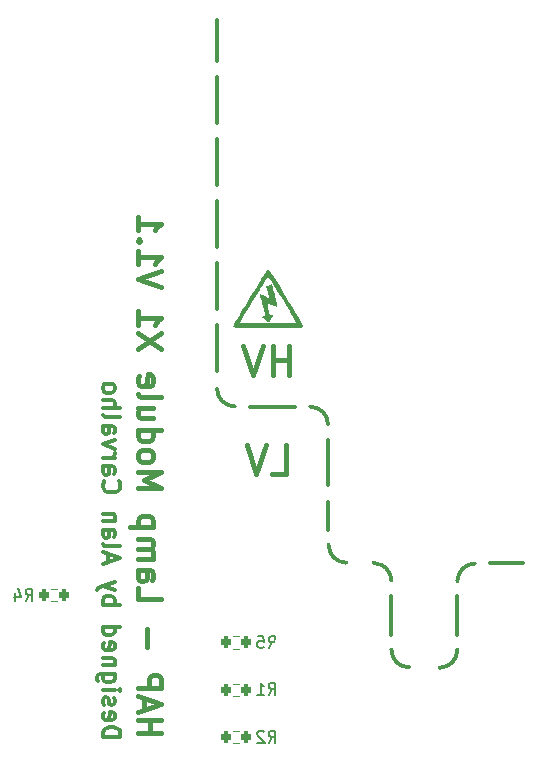
<source format=gbo>
G04 #@! TF.GenerationSoftware,KiCad,Pcbnew,7.0.8*
G04 #@! TF.CreationDate,2024-05-07T16:41:08-03:00*
G04 #@! TF.ProjectId,lamp_module_x1,6c616d70-5f6d-46f6-9475-6c655f78312e,1.1*
G04 #@! TF.SameCoordinates,Original*
G04 #@! TF.FileFunction,Legend,Bot*
G04 #@! TF.FilePolarity,Positive*
%FSLAX46Y46*%
G04 Gerber Fmt 4.6, Leading zero omitted, Abs format (unit mm)*
G04 Created by KiCad (PCBNEW 7.0.8) date 2024-05-07 16:41:08*
%MOMM*%
%LPD*%
G01*
G04 APERTURE LIST*
G04 Aperture macros list*
%AMRoundRect*
0 Rectangle with rounded corners*
0 $1 Rounding radius*
0 $2 $3 $4 $5 $6 $7 $8 $9 X,Y pos of 4 corners*
0 Add a 4 corners polygon primitive as box body*
4,1,4,$2,$3,$4,$5,$6,$7,$8,$9,$2,$3,0*
0 Add four circle primitives for the rounded corners*
1,1,$1+$1,$2,$3*
1,1,$1+$1,$4,$5*
1,1,$1+$1,$6,$7*
1,1,$1+$1,$8,$9*
0 Add four rect primitives between the rounded corners*
20,1,$1+$1,$2,$3,$4,$5,0*
20,1,$1+$1,$4,$5,$6,$7,0*
20,1,$1+$1,$6,$7,$8,$9,0*
20,1,$1+$1,$8,$9,$2,$3,0*%
G04 Aperture macros list end*
%ADD10C,0.350000*%
%ADD11C,0.400000*%
%ADD12C,0.300000*%
%ADD13C,0.150000*%
%ADD14C,0.120000*%
%ADD15C,2.500000*%
%ADD16R,1.700000X1.700000*%
%ADD17O,1.700000X1.700000*%
%ADD18C,3.000000*%
%ADD19R,2.600000X2.600000*%
%ADD20C,2.600000*%
%ADD21C,2.400000*%
%ADD22R,2.300000X2.000000*%
%ADD23C,2.300000*%
%ADD24RoundRect,0.200000X0.200000X0.275000X-0.200000X0.275000X-0.200000X-0.275000X0.200000X-0.275000X0*%
G04 APERTURE END LIST*
D10*
X170966000Y-99777300D02*
X170966000Y-103079300D01*
X150622000Y-82251300D02*
G75*
G03*
X152122000Y-83751300I1500000J0D01*
G01*
X165378000Y-98507300D02*
G75*
G03*
X163878000Y-97007300I-1500000J0D01*
G01*
X160044000Y-86569300D02*
X160044000Y-90419300D01*
X160044000Y-91819300D02*
X160044000Y-94189300D01*
X165378000Y-99777300D02*
X165378000Y-103079300D01*
X160068000Y-95483300D02*
G75*
G03*
X161568000Y-96983300I1500000J0D01*
G01*
X165378000Y-104349300D02*
G75*
G03*
X166878000Y-105849300I1500000J0D01*
G01*
X157250000Y-83775300D02*
X153440000Y-83775300D01*
X160020000Y-85275300D02*
G75*
G03*
X158520000Y-83775300I-1500000J0D01*
G01*
X169466000Y-105873300D02*
G75*
G03*
X170966000Y-104373300I0J1500000D01*
G01*
X150622000Y-80727300D02*
X150622000Y-76877300D01*
X150622000Y-75477300D02*
X150622000Y-71627300D01*
X150622000Y-70227300D02*
X150622000Y-66377300D01*
X150622000Y-64977300D02*
X150622000Y-61127300D01*
X150622000Y-59727300D02*
X150622000Y-55877300D01*
X150622000Y-54477300D02*
X150622000Y-51009300D01*
X172466000Y-97051900D02*
G75*
G03*
X170966000Y-98551946I100J-1500100D01*
G01*
X173760000Y-96983300D02*
X176554000Y-96983300D01*
D11*
X155261618Y-89483047D02*
X156452094Y-89483047D01*
X156452094Y-89483047D02*
X156452094Y-86983047D01*
X154785427Y-86983047D02*
X153952094Y-89483047D01*
X153952094Y-89483047D02*
X153118761Y-86983047D01*
X156749713Y-81101047D02*
X156749713Y-78601047D01*
X156749713Y-79791523D02*
X155321142Y-79791523D01*
X155321142Y-81101047D02*
X155321142Y-78601047D01*
X154487808Y-78601047D02*
X153654475Y-81101047D01*
X153654475Y-81101047D02*
X152821142Y-78601047D01*
D12*
X140939171Y-111748506D02*
X142439171Y-111748506D01*
X142439171Y-111748506D02*
X142439171Y-111391363D01*
X142439171Y-111391363D02*
X142367742Y-111177077D01*
X142367742Y-111177077D02*
X142224885Y-111034220D01*
X142224885Y-111034220D02*
X142082028Y-110962791D01*
X142082028Y-110962791D02*
X141796314Y-110891363D01*
X141796314Y-110891363D02*
X141582028Y-110891363D01*
X141582028Y-110891363D02*
X141296314Y-110962791D01*
X141296314Y-110962791D02*
X141153457Y-111034220D01*
X141153457Y-111034220D02*
X141010600Y-111177077D01*
X141010600Y-111177077D02*
X140939171Y-111391363D01*
X140939171Y-111391363D02*
X140939171Y-111748506D01*
X141010600Y-109677077D02*
X140939171Y-109819934D01*
X140939171Y-109819934D02*
X140939171Y-110105649D01*
X140939171Y-110105649D02*
X141010600Y-110248506D01*
X141010600Y-110248506D02*
X141153457Y-110319934D01*
X141153457Y-110319934D02*
X141724885Y-110319934D01*
X141724885Y-110319934D02*
X141867742Y-110248506D01*
X141867742Y-110248506D02*
X141939171Y-110105649D01*
X141939171Y-110105649D02*
X141939171Y-109819934D01*
X141939171Y-109819934D02*
X141867742Y-109677077D01*
X141867742Y-109677077D02*
X141724885Y-109605649D01*
X141724885Y-109605649D02*
X141582028Y-109605649D01*
X141582028Y-109605649D02*
X141439171Y-110319934D01*
X141010600Y-109034220D02*
X140939171Y-108891363D01*
X140939171Y-108891363D02*
X140939171Y-108605649D01*
X140939171Y-108605649D02*
X141010600Y-108462792D01*
X141010600Y-108462792D02*
X141153457Y-108391363D01*
X141153457Y-108391363D02*
X141224885Y-108391363D01*
X141224885Y-108391363D02*
X141367742Y-108462792D01*
X141367742Y-108462792D02*
X141439171Y-108605649D01*
X141439171Y-108605649D02*
X141439171Y-108819935D01*
X141439171Y-108819935D02*
X141510600Y-108962792D01*
X141510600Y-108962792D02*
X141653457Y-109034220D01*
X141653457Y-109034220D02*
X141724885Y-109034220D01*
X141724885Y-109034220D02*
X141867742Y-108962792D01*
X141867742Y-108962792D02*
X141939171Y-108819935D01*
X141939171Y-108819935D02*
X141939171Y-108605649D01*
X141939171Y-108605649D02*
X141867742Y-108462792D01*
X140939171Y-107748506D02*
X141939171Y-107748506D01*
X142439171Y-107748506D02*
X142367742Y-107819934D01*
X142367742Y-107819934D02*
X142296314Y-107748506D01*
X142296314Y-107748506D02*
X142367742Y-107677077D01*
X142367742Y-107677077D02*
X142439171Y-107748506D01*
X142439171Y-107748506D02*
X142296314Y-107748506D01*
X141939171Y-106391363D02*
X140724885Y-106391363D01*
X140724885Y-106391363D02*
X140582028Y-106462791D01*
X140582028Y-106462791D02*
X140510600Y-106534220D01*
X140510600Y-106534220D02*
X140439171Y-106677077D01*
X140439171Y-106677077D02*
X140439171Y-106891363D01*
X140439171Y-106891363D02*
X140510600Y-107034220D01*
X141010600Y-106391363D02*
X140939171Y-106534220D01*
X140939171Y-106534220D02*
X140939171Y-106819934D01*
X140939171Y-106819934D02*
X141010600Y-106962791D01*
X141010600Y-106962791D02*
X141082028Y-107034220D01*
X141082028Y-107034220D02*
X141224885Y-107105648D01*
X141224885Y-107105648D02*
X141653457Y-107105648D01*
X141653457Y-107105648D02*
X141796314Y-107034220D01*
X141796314Y-107034220D02*
X141867742Y-106962791D01*
X141867742Y-106962791D02*
X141939171Y-106819934D01*
X141939171Y-106819934D02*
X141939171Y-106534220D01*
X141939171Y-106534220D02*
X141867742Y-106391363D01*
X141939171Y-105677077D02*
X140939171Y-105677077D01*
X141796314Y-105677077D02*
X141867742Y-105605648D01*
X141867742Y-105605648D02*
X141939171Y-105462791D01*
X141939171Y-105462791D02*
X141939171Y-105248505D01*
X141939171Y-105248505D02*
X141867742Y-105105648D01*
X141867742Y-105105648D02*
X141724885Y-105034220D01*
X141724885Y-105034220D02*
X140939171Y-105034220D01*
X141010600Y-103748505D02*
X140939171Y-103891362D01*
X140939171Y-103891362D02*
X140939171Y-104177077D01*
X140939171Y-104177077D02*
X141010600Y-104319934D01*
X141010600Y-104319934D02*
X141153457Y-104391362D01*
X141153457Y-104391362D02*
X141724885Y-104391362D01*
X141724885Y-104391362D02*
X141867742Y-104319934D01*
X141867742Y-104319934D02*
X141939171Y-104177077D01*
X141939171Y-104177077D02*
X141939171Y-103891362D01*
X141939171Y-103891362D02*
X141867742Y-103748505D01*
X141867742Y-103748505D02*
X141724885Y-103677077D01*
X141724885Y-103677077D02*
X141582028Y-103677077D01*
X141582028Y-103677077D02*
X141439171Y-104391362D01*
X140939171Y-102391363D02*
X142439171Y-102391363D01*
X141010600Y-102391363D02*
X140939171Y-102534220D01*
X140939171Y-102534220D02*
X140939171Y-102819934D01*
X140939171Y-102819934D02*
X141010600Y-102962791D01*
X141010600Y-102962791D02*
X141082028Y-103034220D01*
X141082028Y-103034220D02*
X141224885Y-103105648D01*
X141224885Y-103105648D02*
X141653457Y-103105648D01*
X141653457Y-103105648D02*
X141796314Y-103034220D01*
X141796314Y-103034220D02*
X141867742Y-102962791D01*
X141867742Y-102962791D02*
X141939171Y-102819934D01*
X141939171Y-102819934D02*
X141939171Y-102534220D01*
X141939171Y-102534220D02*
X141867742Y-102391363D01*
X140939171Y-100534220D02*
X142439171Y-100534220D01*
X141867742Y-100534220D02*
X141939171Y-100391363D01*
X141939171Y-100391363D02*
X141939171Y-100105648D01*
X141939171Y-100105648D02*
X141867742Y-99962791D01*
X141867742Y-99962791D02*
X141796314Y-99891363D01*
X141796314Y-99891363D02*
X141653457Y-99819934D01*
X141653457Y-99819934D02*
X141224885Y-99819934D01*
X141224885Y-99819934D02*
X141082028Y-99891363D01*
X141082028Y-99891363D02*
X141010600Y-99962791D01*
X141010600Y-99962791D02*
X140939171Y-100105648D01*
X140939171Y-100105648D02*
X140939171Y-100391363D01*
X140939171Y-100391363D02*
X141010600Y-100534220D01*
X141939171Y-99319934D02*
X140939171Y-98962791D01*
X141939171Y-98605648D02*
X140939171Y-98962791D01*
X140939171Y-98962791D02*
X140582028Y-99105648D01*
X140582028Y-99105648D02*
X140510600Y-99177077D01*
X140510600Y-99177077D02*
X140439171Y-99319934D01*
X141367742Y-96962791D02*
X141367742Y-96248506D01*
X140939171Y-97105648D02*
X142439171Y-96605648D01*
X142439171Y-96605648D02*
X140939171Y-96105648D01*
X140939171Y-95391363D02*
X141010600Y-95534220D01*
X141010600Y-95534220D02*
X141153457Y-95605649D01*
X141153457Y-95605649D02*
X142439171Y-95605649D01*
X140939171Y-94177078D02*
X141724885Y-94177078D01*
X141724885Y-94177078D02*
X141867742Y-94248506D01*
X141867742Y-94248506D02*
X141939171Y-94391363D01*
X141939171Y-94391363D02*
X141939171Y-94677078D01*
X141939171Y-94677078D02*
X141867742Y-94819935D01*
X141010600Y-94177078D02*
X140939171Y-94319935D01*
X140939171Y-94319935D02*
X140939171Y-94677078D01*
X140939171Y-94677078D02*
X141010600Y-94819935D01*
X141010600Y-94819935D02*
X141153457Y-94891363D01*
X141153457Y-94891363D02*
X141296314Y-94891363D01*
X141296314Y-94891363D02*
X141439171Y-94819935D01*
X141439171Y-94819935D02*
X141510600Y-94677078D01*
X141510600Y-94677078D02*
X141510600Y-94319935D01*
X141510600Y-94319935D02*
X141582028Y-94177078D01*
X141939171Y-93462792D02*
X140939171Y-93462792D01*
X141796314Y-93462792D02*
X141867742Y-93391363D01*
X141867742Y-93391363D02*
X141939171Y-93248506D01*
X141939171Y-93248506D02*
X141939171Y-93034220D01*
X141939171Y-93034220D02*
X141867742Y-92891363D01*
X141867742Y-92891363D02*
X141724885Y-92819935D01*
X141724885Y-92819935D02*
X140939171Y-92819935D01*
X141082028Y-90105649D02*
X141010600Y-90177077D01*
X141010600Y-90177077D02*
X140939171Y-90391363D01*
X140939171Y-90391363D02*
X140939171Y-90534220D01*
X140939171Y-90534220D02*
X141010600Y-90748506D01*
X141010600Y-90748506D02*
X141153457Y-90891363D01*
X141153457Y-90891363D02*
X141296314Y-90962792D01*
X141296314Y-90962792D02*
X141582028Y-91034220D01*
X141582028Y-91034220D02*
X141796314Y-91034220D01*
X141796314Y-91034220D02*
X142082028Y-90962792D01*
X142082028Y-90962792D02*
X142224885Y-90891363D01*
X142224885Y-90891363D02*
X142367742Y-90748506D01*
X142367742Y-90748506D02*
X142439171Y-90534220D01*
X142439171Y-90534220D02*
X142439171Y-90391363D01*
X142439171Y-90391363D02*
X142367742Y-90177077D01*
X142367742Y-90177077D02*
X142296314Y-90105649D01*
X140939171Y-88819935D02*
X141724885Y-88819935D01*
X141724885Y-88819935D02*
X141867742Y-88891363D01*
X141867742Y-88891363D02*
X141939171Y-89034220D01*
X141939171Y-89034220D02*
X141939171Y-89319935D01*
X141939171Y-89319935D02*
X141867742Y-89462792D01*
X141010600Y-88819935D02*
X140939171Y-88962792D01*
X140939171Y-88962792D02*
X140939171Y-89319935D01*
X140939171Y-89319935D02*
X141010600Y-89462792D01*
X141010600Y-89462792D02*
X141153457Y-89534220D01*
X141153457Y-89534220D02*
X141296314Y-89534220D01*
X141296314Y-89534220D02*
X141439171Y-89462792D01*
X141439171Y-89462792D02*
X141510600Y-89319935D01*
X141510600Y-89319935D02*
X141510600Y-88962792D01*
X141510600Y-88962792D02*
X141582028Y-88819935D01*
X140939171Y-88105649D02*
X141939171Y-88105649D01*
X141653457Y-88105649D02*
X141796314Y-88034220D01*
X141796314Y-88034220D02*
X141867742Y-87962792D01*
X141867742Y-87962792D02*
X141939171Y-87819934D01*
X141939171Y-87819934D02*
X141939171Y-87677077D01*
X141939171Y-87319935D02*
X140939171Y-86962792D01*
X140939171Y-86962792D02*
X141939171Y-86605649D01*
X140939171Y-85391364D02*
X141724885Y-85391364D01*
X141724885Y-85391364D02*
X141867742Y-85462792D01*
X141867742Y-85462792D02*
X141939171Y-85605649D01*
X141939171Y-85605649D02*
X141939171Y-85891364D01*
X141939171Y-85891364D02*
X141867742Y-86034221D01*
X141010600Y-85391364D02*
X140939171Y-85534221D01*
X140939171Y-85534221D02*
X140939171Y-85891364D01*
X140939171Y-85891364D02*
X141010600Y-86034221D01*
X141010600Y-86034221D02*
X141153457Y-86105649D01*
X141153457Y-86105649D02*
X141296314Y-86105649D01*
X141296314Y-86105649D02*
X141439171Y-86034221D01*
X141439171Y-86034221D02*
X141510600Y-85891364D01*
X141510600Y-85891364D02*
X141510600Y-85534221D01*
X141510600Y-85534221D02*
X141582028Y-85391364D01*
X140939171Y-84462792D02*
X141010600Y-84605649D01*
X141010600Y-84605649D02*
X141153457Y-84677078D01*
X141153457Y-84677078D02*
X142439171Y-84677078D01*
X140939171Y-83891364D02*
X142439171Y-83891364D01*
X140939171Y-83248507D02*
X141724885Y-83248507D01*
X141724885Y-83248507D02*
X141867742Y-83319935D01*
X141867742Y-83319935D02*
X141939171Y-83462792D01*
X141939171Y-83462792D02*
X141939171Y-83677078D01*
X141939171Y-83677078D02*
X141867742Y-83819935D01*
X141867742Y-83819935D02*
X141796314Y-83891364D01*
X140939171Y-82319935D02*
X141010600Y-82462792D01*
X141010600Y-82462792D02*
X141082028Y-82534221D01*
X141082028Y-82534221D02*
X141224885Y-82605649D01*
X141224885Y-82605649D02*
X141653457Y-82605649D01*
X141653457Y-82605649D02*
X141796314Y-82534221D01*
X141796314Y-82534221D02*
X141867742Y-82462792D01*
X141867742Y-82462792D02*
X141939171Y-82319935D01*
X141939171Y-82319935D02*
X141939171Y-82105649D01*
X141939171Y-82105649D02*
X141867742Y-81962792D01*
X141867742Y-81962792D02*
X141796314Y-81891364D01*
X141796314Y-81891364D02*
X141653457Y-81819935D01*
X141653457Y-81819935D02*
X141224885Y-81819935D01*
X141224885Y-81819935D02*
X141082028Y-81891364D01*
X141082028Y-81891364D02*
X141010600Y-81962792D01*
X141010600Y-81962792D02*
X140939171Y-82105649D01*
X140939171Y-82105649D02*
X140939171Y-82319935D01*
D11*
X143899561Y-111426825D02*
X145899561Y-111426825D01*
X144947180Y-111426825D02*
X144947180Y-110283968D01*
X143899561Y-110283968D02*
X145899561Y-110283968D01*
X144470990Y-109426825D02*
X144470990Y-108474444D01*
X143899561Y-109617301D02*
X145899561Y-108950635D01*
X145899561Y-108950635D02*
X143899561Y-108283968D01*
X143899561Y-107617301D02*
X145899561Y-107617301D01*
X145899561Y-107617301D02*
X145899561Y-106855396D01*
X145899561Y-106855396D02*
X145804323Y-106664920D01*
X145804323Y-106664920D02*
X145709085Y-106569682D01*
X145709085Y-106569682D02*
X145518609Y-106474444D01*
X145518609Y-106474444D02*
X145232895Y-106474444D01*
X145232895Y-106474444D02*
X145042419Y-106569682D01*
X145042419Y-106569682D02*
X144947180Y-106664920D01*
X144947180Y-106664920D02*
X144851942Y-106855396D01*
X144851942Y-106855396D02*
X144851942Y-107617301D01*
X144661466Y-104093491D02*
X144661466Y-102569682D01*
X143899561Y-99141110D02*
X143899561Y-100093491D01*
X143899561Y-100093491D02*
X145899561Y-100093491D01*
X143899561Y-97617300D02*
X144947180Y-97617300D01*
X144947180Y-97617300D02*
X145137657Y-97712538D01*
X145137657Y-97712538D02*
X145232895Y-97903014D01*
X145232895Y-97903014D02*
X145232895Y-98283967D01*
X145232895Y-98283967D02*
X145137657Y-98474443D01*
X143994800Y-97617300D02*
X143899561Y-97807776D01*
X143899561Y-97807776D02*
X143899561Y-98283967D01*
X143899561Y-98283967D02*
X143994800Y-98474443D01*
X143994800Y-98474443D02*
X144185276Y-98569681D01*
X144185276Y-98569681D02*
X144375752Y-98569681D01*
X144375752Y-98569681D02*
X144566228Y-98474443D01*
X144566228Y-98474443D02*
X144661466Y-98283967D01*
X144661466Y-98283967D02*
X144661466Y-97807776D01*
X144661466Y-97807776D02*
X144756704Y-97617300D01*
X143899561Y-96664919D02*
X145232895Y-96664919D01*
X145042419Y-96664919D02*
X145137657Y-96569681D01*
X145137657Y-96569681D02*
X145232895Y-96379205D01*
X145232895Y-96379205D02*
X145232895Y-96093490D01*
X145232895Y-96093490D02*
X145137657Y-95903014D01*
X145137657Y-95903014D02*
X144947180Y-95807776D01*
X144947180Y-95807776D02*
X143899561Y-95807776D01*
X144947180Y-95807776D02*
X145137657Y-95712538D01*
X145137657Y-95712538D02*
X145232895Y-95522062D01*
X145232895Y-95522062D02*
X145232895Y-95236348D01*
X145232895Y-95236348D02*
X145137657Y-95045871D01*
X145137657Y-95045871D02*
X144947180Y-94950633D01*
X144947180Y-94950633D02*
X143899561Y-94950633D01*
X145232895Y-93998252D02*
X143232895Y-93998252D01*
X145137657Y-93998252D02*
X145232895Y-93807776D01*
X145232895Y-93807776D02*
X145232895Y-93426823D01*
X145232895Y-93426823D02*
X145137657Y-93236347D01*
X145137657Y-93236347D02*
X145042419Y-93141109D01*
X145042419Y-93141109D02*
X144851942Y-93045871D01*
X144851942Y-93045871D02*
X144280514Y-93045871D01*
X144280514Y-93045871D02*
X144090038Y-93141109D01*
X144090038Y-93141109D02*
X143994800Y-93236347D01*
X143994800Y-93236347D02*
X143899561Y-93426823D01*
X143899561Y-93426823D02*
X143899561Y-93807776D01*
X143899561Y-93807776D02*
X143994800Y-93998252D01*
X143899561Y-90664918D02*
X145899561Y-90664918D01*
X145899561Y-90664918D02*
X144470990Y-89998251D01*
X144470990Y-89998251D02*
X145899561Y-89331585D01*
X145899561Y-89331585D02*
X143899561Y-89331585D01*
X143899561Y-88093490D02*
X143994800Y-88283966D01*
X143994800Y-88283966D02*
X144090038Y-88379204D01*
X144090038Y-88379204D02*
X144280514Y-88474442D01*
X144280514Y-88474442D02*
X144851942Y-88474442D01*
X144851942Y-88474442D02*
X145042419Y-88379204D01*
X145042419Y-88379204D02*
X145137657Y-88283966D01*
X145137657Y-88283966D02*
X145232895Y-88093490D01*
X145232895Y-88093490D02*
X145232895Y-87807775D01*
X145232895Y-87807775D02*
X145137657Y-87617299D01*
X145137657Y-87617299D02*
X145042419Y-87522061D01*
X145042419Y-87522061D02*
X144851942Y-87426823D01*
X144851942Y-87426823D02*
X144280514Y-87426823D01*
X144280514Y-87426823D02*
X144090038Y-87522061D01*
X144090038Y-87522061D02*
X143994800Y-87617299D01*
X143994800Y-87617299D02*
X143899561Y-87807775D01*
X143899561Y-87807775D02*
X143899561Y-88093490D01*
X143899561Y-85712537D02*
X145899561Y-85712537D01*
X143994800Y-85712537D02*
X143899561Y-85903013D01*
X143899561Y-85903013D02*
X143899561Y-86283966D01*
X143899561Y-86283966D02*
X143994800Y-86474442D01*
X143994800Y-86474442D02*
X144090038Y-86569680D01*
X144090038Y-86569680D02*
X144280514Y-86664918D01*
X144280514Y-86664918D02*
X144851942Y-86664918D01*
X144851942Y-86664918D02*
X145042419Y-86569680D01*
X145042419Y-86569680D02*
X145137657Y-86474442D01*
X145137657Y-86474442D02*
X145232895Y-86283966D01*
X145232895Y-86283966D02*
X145232895Y-85903013D01*
X145232895Y-85903013D02*
X145137657Y-85712537D01*
X145232895Y-83903013D02*
X143899561Y-83903013D01*
X145232895Y-84760156D02*
X144185276Y-84760156D01*
X144185276Y-84760156D02*
X143994800Y-84664918D01*
X143994800Y-84664918D02*
X143899561Y-84474442D01*
X143899561Y-84474442D02*
X143899561Y-84188727D01*
X143899561Y-84188727D02*
X143994800Y-83998251D01*
X143994800Y-83998251D02*
X144090038Y-83903013D01*
X143899561Y-82664918D02*
X143994800Y-82855394D01*
X143994800Y-82855394D02*
X144185276Y-82950632D01*
X144185276Y-82950632D02*
X145899561Y-82950632D01*
X143994800Y-81141108D02*
X143899561Y-81331584D01*
X143899561Y-81331584D02*
X143899561Y-81712537D01*
X143899561Y-81712537D02*
X143994800Y-81903013D01*
X143994800Y-81903013D02*
X144185276Y-81998251D01*
X144185276Y-81998251D02*
X144947180Y-81998251D01*
X144947180Y-81998251D02*
X145137657Y-81903013D01*
X145137657Y-81903013D02*
X145232895Y-81712537D01*
X145232895Y-81712537D02*
X145232895Y-81331584D01*
X145232895Y-81331584D02*
X145137657Y-81141108D01*
X145137657Y-81141108D02*
X144947180Y-81045870D01*
X144947180Y-81045870D02*
X144756704Y-81045870D01*
X144756704Y-81045870D02*
X144566228Y-81998251D01*
X145899561Y-78855393D02*
X143899561Y-77522060D01*
X145899561Y-77522060D02*
X143899561Y-78855393D01*
X143899561Y-75712536D02*
X143899561Y-76855393D01*
X143899561Y-76283965D02*
X145899561Y-76283965D01*
X145899561Y-76283965D02*
X145613847Y-76474441D01*
X145613847Y-76474441D02*
X145423371Y-76664917D01*
X145423371Y-76664917D02*
X145328133Y-76855393D01*
X145899561Y-73617297D02*
X143899561Y-72950631D01*
X143899561Y-72950631D02*
X145899561Y-72283964D01*
X143899561Y-70569678D02*
X143899561Y-71712535D01*
X143899561Y-71141107D02*
X145899561Y-71141107D01*
X145899561Y-71141107D02*
X145613847Y-71331583D01*
X145613847Y-71331583D02*
X145423371Y-71522059D01*
X145423371Y-71522059D02*
X145328133Y-71712535D01*
X144090038Y-69712535D02*
X143994800Y-69617297D01*
X143994800Y-69617297D02*
X143899561Y-69712535D01*
X143899561Y-69712535D02*
X143994800Y-69807773D01*
X143994800Y-69807773D02*
X144090038Y-69712535D01*
X144090038Y-69712535D02*
X143899561Y-69712535D01*
X143899561Y-67712535D02*
X143899561Y-68855392D01*
X143899561Y-68283964D02*
X145899561Y-68283964D01*
X145899561Y-68283964D02*
X145613847Y-68474440D01*
X145613847Y-68474440D02*
X145423371Y-68664916D01*
X145423371Y-68664916D02*
X145328133Y-68855392D01*
D13*
X154977666Y-104193621D02*
X155310999Y-103717430D01*
X155549094Y-104193621D02*
X155549094Y-103193621D01*
X155549094Y-103193621D02*
X155168142Y-103193621D01*
X155168142Y-103193621D02*
X155072904Y-103241240D01*
X155072904Y-103241240D02*
X155025285Y-103288859D01*
X155025285Y-103288859D02*
X154977666Y-103384097D01*
X154977666Y-103384097D02*
X154977666Y-103526954D01*
X154977666Y-103526954D02*
X155025285Y-103622192D01*
X155025285Y-103622192D02*
X155072904Y-103669811D01*
X155072904Y-103669811D02*
X155168142Y-103717430D01*
X155168142Y-103717430D02*
X155549094Y-103717430D01*
X154072904Y-103193621D02*
X154549094Y-103193621D01*
X154549094Y-103193621D02*
X154596713Y-103669811D01*
X154596713Y-103669811D02*
X154549094Y-103622192D01*
X154549094Y-103622192D02*
X154453856Y-103574573D01*
X154453856Y-103574573D02*
X154215761Y-103574573D01*
X154215761Y-103574573D02*
X154120523Y-103622192D01*
X154120523Y-103622192D02*
X154072904Y-103669811D01*
X154072904Y-103669811D02*
X154025285Y-103765049D01*
X154025285Y-103765049D02*
X154025285Y-104003144D01*
X154025285Y-104003144D02*
X154072904Y-104098382D01*
X154072904Y-104098382D02*
X154120523Y-104146002D01*
X154120523Y-104146002D02*
X154215761Y-104193621D01*
X154215761Y-104193621D02*
X154453856Y-104193621D01*
X154453856Y-104193621D02*
X154549094Y-104146002D01*
X154549094Y-104146002D02*
X154596713Y-104098382D01*
X154977666Y-112219121D02*
X155310999Y-111742930D01*
X155549094Y-112219121D02*
X155549094Y-111219121D01*
X155549094Y-111219121D02*
X155168142Y-111219121D01*
X155168142Y-111219121D02*
X155072904Y-111266740D01*
X155072904Y-111266740D02*
X155025285Y-111314359D01*
X155025285Y-111314359D02*
X154977666Y-111409597D01*
X154977666Y-111409597D02*
X154977666Y-111552454D01*
X154977666Y-111552454D02*
X155025285Y-111647692D01*
X155025285Y-111647692D02*
X155072904Y-111695311D01*
X155072904Y-111695311D02*
X155168142Y-111742930D01*
X155168142Y-111742930D02*
X155549094Y-111742930D01*
X154596713Y-111314359D02*
X154549094Y-111266740D01*
X154549094Y-111266740D02*
X154453856Y-111219121D01*
X154453856Y-111219121D02*
X154215761Y-111219121D01*
X154215761Y-111219121D02*
X154120523Y-111266740D01*
X154120523Y-111266740D02*
X154072904Y-111314359D01*
X154072904Y-111314359D02*
X154025285Y-111409597D01*
X154025285Y-111409597D02*
X154025285Y-111504835D01*
X154025285Y-111504835D02*
X154072904Y-111647692D01*
X154072904Y-111647692D02*
X154644332Y-112219121D01*
X154644332Y-112219121D02*
X154025285Y-112219121D01*
X134403666Y-100193625D02*
X134736999Y-99717434D01*
X134975094Y-100193625D02*
X134975094Y-99193625D01*
X134975094Y-99193625D02*
X134594142Y-99193625D01*
X134594142Y-99193625D02*
X134498904Y-99241244D01*
X134498904Y-99241244D02*
X134451285Y-99288863D01*
X134451285Y-99288863D02*
X134403666Y-99384101D01*
X134403666Y-99384101D02*
X134403666Y-99526958D01*
X134403666Y-99526958D02*
X134451285Y-99622196D01*
X134451285Y-99622196D02*
X134498904Y-99669815D01*
X134498904Y-99669815D02*
X134594142Y-99717434D01*
X134594142Y-99717434D02*
X134975094Y-99717434D01*
X133546523Y-99526958D02*
X133546523Y-100193625D01*
X133784618Y-99146006D02*
X134022713Y-99860291D01*
X134022713Y-99860291D02*
X133403666Y-99860291D01*
X154977666Y-108155121D02*
X155310999Y-107678930D01*
X155549094Y-108155121D02*
X155549094Y-107155121D01*
X155549094Y-107155121D02*
X155168142Y-107155121D01*
X155168142Y-107155121D02*
X155072904Y-107202740D01*
X155072904Y-107202740D02*
X155025285Y-107250359D01*
X155025285Y-107250359D02*
X154977666Y-107345597D01*
X154977666Y-107345597D02*
X154977666Y-107488454D01*
X154977666Y-107488454D02*
X155025285Y-107583692D01*
X155025285Y-107583692D02*
X155072904Y-107631311D01*
X155072904Y-107631311D02*
X155168142Y-107678930D01*
X155168142Y-107678930D02*
X155549094Y-107678930D01*
X154025285Y-108155121D02*
X154596713Y-108155121D01*
X154310999Y-108155121D02*
X154310999Y-107155121D01*
X154310999Y-107155121D02*
X154406237Y-107297978D01*
X154406237Y-107297978D02*
X154501475Y-107393216D01*
X154501475Y-107393216D02*
X154596713Y-107440835D01*
D14*
X152461258Y-104261305D02*
X151986742Y-104261305D01*
X152461258Y-103216305D02*
X151986742Y-103216305D01*
X152461258Y-112261304D02*
X151986742Y-112261304D01*
X152461258Y-111216304D02*
X151986742Y-111216304D01*
G36*
X155277527Y-73370997D02*
G01*
X155289418Y-73414923D01*
X155313677Y-73512390D01*
X155347983Y-73653551D01*
X155390012Y-73828562D01*
X155437444Y-74027577D01*
X155487957Y-74240750D01*
X155539227Y-74458235D01*
X155588934Y-74670187D01*
X155634755Y-74866760D01*
X155674369Y-75038108D01*
X155705453Y-75174386D01*
X155725685Y-75265749D01*
X155732744Y-75302350D01*
X155731965Y-75303376D01*
X155693319Y-75298875D01*
X155605026Y-75277027D01*
X155478996Y-75241014D01*
X155327138Y-75194017D01*
X155308086Y-75187933D01*
X155155290Y-75139826D01*
X155027133Y-75100646D01*
X154936566Y-75074285D01*
X154896538Y-75064634D01*
X154892782Y-75069265D01*
X154892944Y-75120129D01*
X154906038Y-75215222D01*
X154930237Y-75339634D01*
X154933458Y-75354472D01*
X154968212Y-75515971D01*
X155002735Y-75678517D01*
X155029998Y-75809025D01*
X155069997Y-76003417D01*
X155237959Y-75980347D01*
X155293771Y-75973983D01*
X155371825Y-75973502D01*
X155393568Y-75989547D01*
X155380227Y-76015381D01*
X155337801Y-76089852D01*
X155274343Y-76197851D01*
X155197640Y-76326002D01*
X155137308Y-76425768D01*
X155072946Y-76531647D01*
X155028620Y-76603889D01*
X155011507Y-76630743D01*
X155007500Y-76629900D01*
X154964970Y-76603462D01*
X154888833Y-76547684D01*
X154791475Y-76472530D01*
X154685283Y-76387964D01*
X154582642Y-76303949D01*
X154495940Y-76230449D01*
X154437561Y-76177426D01*
X154419893Y-76154846D01*
X154431351Y-76150063D01*
X154496455Y-76133191D01*
X154590804Y-76115161D01*
X154625203Y-76108540D01*
X154700545Y-76082711D01*
X154721282Y-76052983D01*
X154717813Y-76042955D01*
X154691826Y-75959495D01*
X154654446Y-75830782D01*
X154608328Y-75666770D01*
X154556132Y-75477415D01*
X154500513Y-75272669D01*
X154444129Y-75062487D01*
X154389638Y-74856823D01*
X154339695Y-74665632D01*
X154296960Y-74498867D01*
X154264088Y-74366482D01*
X154243738Y-74278433D01*
X154238565Y-74244672D01*
X154242184Y-74243846D01*
X154290714Y-74256837D01*
X154385120Y-74292343D01*
X154513758Y-74345781D01*
X154664987Y-74412567D01*
X154704672Y-74430541D01*
X154850448Y-74496197D01*
X154969755Y-74549361D01*
X155051174Y-74584972D01*
X155083283Y-74597967D01*
X155079618Y-74579781D01*
X155058351Y-74508038D01*
X155021471Y-74391409D01*
X154972244Y-74240180D01*
X154913935Y-74064634D01*
X154735185Y-73531300D01*
X154888164Y-73531300D01*
X154905734Y-73531110D01*
X155039056Y-73509811D01*
X155154961Y-73444601D01*
X155185889Y-73421704D01*
X155248318Y-73380498D01*
X155276930Y-73369601D01*
X155277527Y-73370997D01*
G37*
G36*
X157825764Y-76776622D02*
G01*
X157876188Y-76867374D01*
X157894893Y-76906605D01*
X157893781Y-76979686D01*
X157867557Y-77048272D01*
X157856551Y-77055906D01*
X157830512Y-77063785D01*
X157786385Y-77070636D01*
X157720115Y-77076530D01*
X157627646Y-77081534D01*
X157504922Y-77085719D01*
X157347888Y-77089153D01*
X157152489Y-77091906D01*
X156914669Y-77094045D01*
X156630372Y-77095641D01*
X156295544Y-77096762D01*
X155906128Y-77097477D01*
X155458069Y-77097856D01*
X154947312Y-77097967D01*
X154797281Y-77097975D01*
X154301001Y-77098059D01*
X153866323Y-77098033D01*
X153489219Y-77097635D01*
X153165662Y-77096604D01*
X152891624Y-77094679D01*
X152663078Y-77091597D01*
X152475996Y-77087097D01*
X152326349Y-77080918D01*
X152210112Y-77072799D01*
X152123255Y-77062477D01*
X152061750Y-77049692D01*
X152021572Y-77034182D01*
X151998691Y-77015686D01*
X151989080Y-76993941D01*
X151988711Y-76968688D01*
X151993557Y-76939663D01*
X151999590Y-76906605D01*
X152017678Y-76868479D01*
X152067566Y-76778547D01*
X152094773Y-76731300D01*
X152486415Y-76731300D01*
X154947312Y-76731300D01*
X157408209Y-76731300D01*
X157359664Y-76656300D01*
X157357018Y-76652151D01*
X157323893Y-76598884D01*
X157260192Y-76495627D01*
X157169443Y-76348122D01*
X157055173Y-76162116D01*
X156920910Y-75943353D01*
X156770181Y-75697577D01*
X156606515Y-75430533D01*
X156433439Y-75147967D01*
X156262657Y-74869080D01*
X156078702Y-74568712D01*
X155899738Y-74276526D01*
X155730737Y-74000636D01*
X155576671Y-73749160D01*
X155442512Y-73530212D01*
X155333233Y-73351910D01*
X155253804Y-73222368D01*
X155169354Y-73087118D01*
X155079125Y-72948510D01*
X155005100Y-72841327D01*
X154953267Y-72774185D01*
X154929609Y-72755701D01*
X154914389Y-72777940D01*
X154868450Y-72850158D01*
X154798813Y-72961975D01*
X154711660Y-73103448D01*
X154613173Y-73264634D01*
X154605143Y-73277825D01*
X154503507Y-73444583D01*
X154380791Y-73645629D01*
X154240721Y-73874885D01*
X154087020Y-74126272D01*
X153923414Y-74393710D01*
X153753626Y-74671121D01*
X153581382Y-74952425D01*
X153410405Y-75231543D01*
X153244420Y-75502396D01*
X153087153Y-75758904D01*
X152942327Y-75994990D01*
X152813666Y-76204573D01*
X152704897Y-76381575D01*
X152619742Y-76519916D01*
X152561927Y-76613517D01*
X152535175Y-76656300D01*
X152486415Y-76731300D01*
X152094773Y-76731300D01*
X152146023Y-76642300D01*
X152249839Y-76465033D01*
X152375807Y-76252041D01*
X152520720Y-76008619D01*
X152681369Y-75740061D01*
X152854547Y-75451664D01*
X153037047Y-75148722D01*
X153225660Y-74836529D01*
X153417179Y-74520382D01*
X153608395Y-74205575D01*
X153796102Y-73897404D01*
X153977091Y-73601162D01*
X154148155Y-73322146D01*
X154306086Y-73065650D01*
X154447676Y-72836969D01*
X154569717Y-72641399D01*
X154669002Y-72484234D01*
X154742323Y-72370769D01*
X154786472Y-72306300D01*
X154861662Y-72229762D01*
X154947312Y-72197967D01*
X155021984Y-72222385D01*
X155107920Y-72306300D01*
X155150919Y-72369100D01*
X155223780Y-72481828D01*
X155322658Y-72638339D01*
X155444346Y-72833339D01*
X155585637Y-73061532D01*
X155743323Y-73317624D01*
X155914197Y-73596321D01*
X156095052Y-73892328D01*
X156282678Y-74200351D01*
X156473870Y-74515094D01*
X156665418Y-74831264D01*
X156854117Y-75143566D01*
X157036758Y-75446704D01*
X157210133Y-75735386D01*
X157371035Y-76004315D01*
X157516257Y-76248198D01*
X157642591Y-76461740D01*
X157746829Y-76639646D01*
X157799646Y-76731300D01*
X157825764Y-76776622D01*
G37*
X137061258Y-100261306D02*
X136586742Y-100261306D01*
X137061258Y-99216306D02*
X136586742Y-99216306D01*
X152461258Y-108261307D02*
X151986742Y-108261307D01*
X152461258Y-107216307D02*
X151986742Y-107216307D01*
%LPC*%
D15*
X131554001Y-53918154D03*
D16*
X156234000Y-99015300D03*
D17*
X156234000Y-101555300D03*
X156234000Y-104095300D03*
D15*
X173554000Y-110918153D03*
D18*
X168268000Y-103613300D03*
X162268000Y-89413300D03*
X174268000Y-89413300D03*
X174268000Y-101613300D03*
X162268000Y-101613300D03*
D19*
X152932000Y-58121300D03*
D20*
X147852000Y-58121300D03*
X142772000Y-58121300D03*
D16*
X132358000Y-105619300D03*
D17*
X132358000Y-103079300D03*
X132358000Y-100539300D03*
X132358000Y-97999300D03*
X132358000Y-95459300D03*
X132358000Y-92919300D03*
D19*
X166145000Y-58070300D03*
D20*
X161065000Y-58070300D03*
D21*
X168934000Y-82131300D03*
X168934000Y-67131300D03*
D22*
X161652500Y-77131300D03*
D23*
X161652500Y-72131300D03*
X132252500Y-82331300D03*
X132252500Y-66931300D03*
D15*
X131554001Y-110918154D03*
X173553999Y-53918154D03*
D24*
X153049000Y-103738805D03*
X151399000Y-103738805D03*
X153049000Y-111738804D03*
X151399000Y-111738804D03*
X137649000Y-99738806D03*
X135999000Y-99738806D03*
X153049000Y-107738807D03*
X151399000Y-107738807D03*
%LPD*%
M02*

</source>
